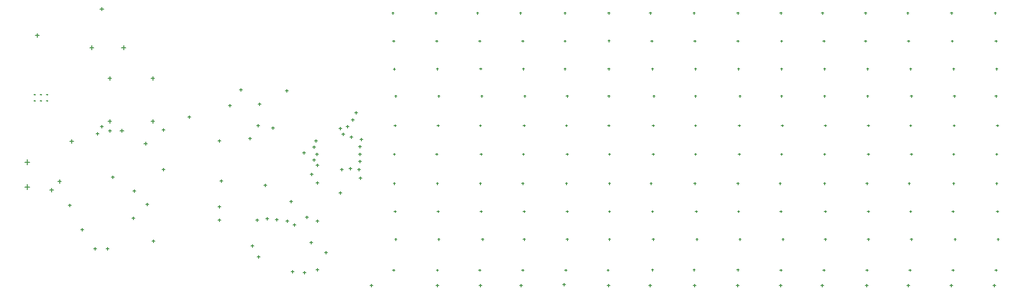
<source format=gbr>
%TF.GenerationSoftware,Altium Limited,Altium Designer,20.1.14 (287)*%
G04 Layer_Color=128*
%FSLAX26Y26*%
%MOIN*%
%TF.SameCoordinates,7E9A0AC4-0E20-4BBF-80A7-7FB1365180D4*%
%TF.FilePolarity,Positive*%
%TF.FileFunction,Drillmap*%
%TF.Part,Single*%
G01*
G75*
%TA.AperFunction,NonConductor*%
%ADD80C,0.005000*%
D80*
X1863121Y3180000D02*
X1898554D01*
X1880837Y3162284D02*
Y3197716D01*
X1863121Y3006772D02*
X1898554D01*
X1880837Y2989055D02*
Y3024488D01*
X2743337Y3765000D02*
X2768337D01*
X2755837Y3752500D02*
Y3777500D01*
X2743337Y3465000D02*
X2768337D01*
X2755837Y3452500D02*
Y3477500D01*
X2443337Y3765000D02*
X2468337D01*
X2455837Y3752500D02*
Y3777500D01*
X2443337Y3465000D02*
X2468337D01*
X2455837Y3452500D02*
Y3477500D01*
X2820000Y3405000D02*
X2840000D01*
X2830000Y3395000D02*
Y3415000D01*
X1928593Y3608347D02*
X1936467D01*
X1932530Y3604410D02*
Y3612284D01*
X1928593Y3651654D02*
X1936467D01*
X1932530Y3647717D02*
Y3655591D01*
X1971900Y3608347D02*
X1979774D01*
X1975837Y3604410D02*
Y3612284D01*
X1971900Y3651654D02*
X1979774D01*
X1975837Y3647717D02*
Y3655591D01*
X2015207Y3608347D02*
X2023081D01*
X2019144Y3604410D02*
Y3612284D01*
X2015207Y3651654D02*
X2023081D01*
X2019144Y3647717D02*
Y3655591D01*
X4075000Y3375000D02*
X4095000D01*
X4085000Y3365000D02*
Y3385000D01*
X3870000Y3285000D02*
X3890000D01*
X3880000Y3275000D02*
Y3295000D01*
X3870000Y3195000D02*
X3890000D01*
X3880000Y3185000D02*
Y3205000D01*
X3585000Y3420000D02*
X3605000D01*
X3595000Y3410000D02*
Y3430000D01*
X3710000Y2905000D02*
X3730000D01*
X3720000Y2895000D02*
Y2915000D01*
X3885000Y3330000D02*
X3905000D01*
X3895000Y3320000D02*
Y3340000D01*
Y2770000D02*
X3915000D01*
X3905000Y2760000D02*
Y2780000D01*
X3855000Y3095000D02*
X3875000D01*
X3865000Y3085000D02*
Y3105000D01*
X3285000Y3575000D02*
X3305000D01*
X3295000Y3565000D02*
Y3585000D01*
X4140000Y3475000D02*
X4160000D01*
X4150000Y3465000D02*
Y3485000D01*
X3890000Y3235000D02*
X3910000D01*
X3900000Y3225000D02*
Y3245000D01*
X4190000Y3185000D02*
X4210000D01*
X4200000Y3175000D02*
Y3195000D01*
X3490000Y3585000D02*
X3510000D01*
X3500000Y3575000D02*
Y3595000D01*
X4125000Y3135000D02*
X4145000D01*
X4135000Y3125000D02*
Y3145000D01*
X3895000Y3035000D02*
X3915000D01*
X3905000Y3025000D02*
Y3045000D01*
X3210000Y2870000D02*
X3230000D01*
X3220000Y2860000D02*
Y2880000D01*
X4130020Y3355020D02*
X4150020D01*
X4140020Y3345020D02*
Y3365020D01*
X4065000Y3130000D02*
X4085000D01*
X4075000Y3120000D02*
Y3140000D01*
X3685000Y2770000D02*
X3705000D01*
X3695000Y2760000D02*
Y2780000D01*
X3425000Y3345000D02*
X3445000D01*
X3435000Y3335000D02*
Y3355000D01*
X3850000Y2620000D02*
X3870000D01*
X3860000Y2610000D02*
Y2630000D01*
X3732347Y2742347D02*
X3752347D01*
X3742347Y2732347D02*
Y2752347D01*
X3475000Y2775000D02*
X3495000D01*
X3485000Y2765000D02*
Y2785000D01*
X3820000Y2794500D02*
X3840000D01*
X3830000Y2784500D02*
Y2804500D01*
X4190000Y3235000D02*
X4210000D01*
X4200000Y3225000D02*
Y3245000D01*
X4055000Y3415000D02*
X4075000D01*
X4065000Y3405000D02*
Y3425000D01*
X3210000Y2775000D02*
X3230000D01*
X3220000Y2765000D02*
Y2785000D01*
X3210000Y3330000D02*
X3230000D01*
X3220000Y3320000D02*
Y3340000D01*
X3800000Y3245000D02*
X3820000D01*
X3810000Y3235000D02*
Y3255000D01*
X4185000Y3130000D02*
X4205000D01*
X4195000Y3120000D02*
Y3140000D01*
X3610000Y2780000D02*
X3630000D01*
X3620000Y2770000D02*
Y2790000D01*
X3225000Y3050000D02*
X3245000D01*
X3235000Y3040000D02*
Y3060000D01*
X3480000Y3435000D02*
X3500000D01*
X3490000Y3425000D02*
Y3445000D01*
X3895000Y3160000D02*
X3915000D01*
X3905000Y3150000D02*
Y3170000D01*
X4105000Y3430000D02*
X4125000D01*
X4115000Y3420000D02*
Y3440000D01*
X4055000Y2965000D02*
X4075000D01*
X4065000Y2955000D02*
Y2975000D01*
X4200000Y3340000D02*
X4220000D01*
X4210000Y3330000D02*
Y3350000D01*
X3545000Y2785000D02*
X3565000D01*
X3555000Y2775000D02*
Y2795000D01*
X4443269Y2640769D02*
X4458269D01*
X4450769Y2633269D02*
Y2648269D01*
X6828269Y2427000D02*
X6843269D01*
X6835769Y2419500D02*
Y2434500D01*
X6825000Y2320000D02*
X6845000D01*
X6835000Y2310000D02*
Y2330000D01*
X7128269Y2425769D02*
X7143269D01*
X7135769Y2418269D02*
Y2433269D01*
X4438269Y2835769D02*
X4453269D01*
X4445769Y2828269D02*
Y2843269D01*
X4433269Y3030769D02*
X4448269D01*
X4440769Y3023269D02*
Y3038269D01*
X4433269Y3235769D02*
X4448269D01*
X4440769Y3228269D02*
Y3243269D01*
X6523269Y2427000D02*
X6538269D01*
X6530769Y2419500D02*
Y2434500D01*
X6233269Y2427000D02*
X6248269D01*
X6240769Y2419500D02*
Y2434500D01*
X7125000Y2320000D02*
X7145000D01*
X7135000Y2310000D02*
Y2330000D01*
X4428269Y2425769D02*
X4443269D01*
X4435769Y2418269D02*
Y2433269D01*
X4190000Y3290000D02*
X4210000D01*
X4200000Y3280000D02*
Y3300000D01*
X5328269Y2425769D02*
X5343269D01*
X5335769Y2418269D02*
Y2433269D01*
X5923269Y2425769D02*
X5938269D01*
X5930769Y2418269D02*
Y2433269D01*
X4733269Y2425769D02*
X4748269D01*
X4740769Y2418269D02*
Y2433269D01*
X5028269Y2425769D02*
X5043269D01*
X5035769Y2418269D02*
Y2433269D01*
X5628269Y2425769D02*
X5643269D01*
X5635769Y2418269D02*
Y2433269D01*
X6215000Y2320000D02*
X6235000D01*
X6225000Y2310000D02*
Y2330000D01*
X5925000Y2320000D02*
X5945000D01*
X5935000Y2310000D02*
Y2330000D01*
X5030000Y2320000D02*
X5050000D01*
X5040000Y2310000D02*
Y2330000D01*
X5315000Y2320000D02*
X5335000D01*
X5325000Y2310000D02*
Y2330000D01*
X4270000Y2320000D02*
X4290000D01*
X4280000Y2310000D02*
Y2330000D01*
X4194500Y3070000D02*
X4214500D01*
X4204500Y3060000D02*
Y3080000D01*
X8615000Y2320000D02*
X8635000D01*
X8625000Y2310000D02*
Y2330000D01*
X8315000Y2320000D02*
X8335000D01*
X8325000Y2310000D02*
Y2330000D01*
X8015000Y2320000D02*
X8035000D01*
X8025000Y2310000D02*
Y2330000D01*
X7725000Y2320000D02*
X7745000D01*
X7735000Y2310000D02*
Y2330000D01*
X7415000Y2320000D02*
X7435000D01*
X7425000Y2310000D02*
Y2330000D01*
X6525000Y2320000D02*
X6545000D01*
X6535000Y2310000D02*
Y2330000D01*
X5615000Y2325000D02*
X5635000D01*
X5625000Y2315000D02*
Y2335000D01*
X4730000Y2320000D02*
X4750000D01*
X4740000Y2310000D02*
Y2330000D01*
X4438269Y3435769D02*
X4453269D01*
X4445769Y3428269D02*
Y3443269D01*
X4443269Y3640769D02*
X4458269D01*
X4450769Y3633269D02*
Y3648269D01*
X2820409Y3128536D02*
X2840409D01*
X2830409Y3118536D02*
Y3138536D01*
X2527500Y3400000D02*
X2552500D01*
X2540000Y3387500D02*
Y3412500D01*
X2615837Y2980000D02*
X2635837D01*
X2625837Y2970000D02*
Y2990000D01*
X2360885Y3379036D02*
X2380885D01*
X2370885Y3369036D02*
Y3389036D01*
X2610837Y2790000D02*
X2630837D01*
X2620837Y2780000D02*
Y2800000D01*
X2390837Y3430000D02*
X2410837D01*
X2400837Y3420000D02*
Y3440000D01*
X2445837Y3400000D02*
X2465837D01*
X2455837Y3390000D02*
Y3410000D01*
X2705837Y2885000D02*
X2725837D01*
X2715837Y2875000D02*
Y2895000D01*
X2693337Y3310000D02*
X2718337D01*
X2705837Y3297500D02*
Y3322500D01*
X3440000Y2596500D02*
X3460000D01*
X3450000Y2586500D02*
Y2606500D01*
X4433269Y3830144D02*
X4448269D01*
X4440769Y3822644D02*
Y3837644D01*
X4423269Y4220769D02*
X4438269D01*
X4430769Y4213269D02*
Y4228269D01*
X4723269Y4220769D02*
X4738269D01*
X4730769Y4213269D02*
Y4228269D01*
X5013269Y4220769D02*
X5028269D01*
X5020769Y4213269D02*
Y4228269D01*
X5313269Y4220769D02*
X5328269D01*
X5320769Y4213269D02*
Y4228269D01*
X5623269Y4220769D02*
X5638269D01*
X5630769Y4213269D02*
Y4228269D01*
X5928269Y4220769D02*
X5943269D01*
X5935769Y4213269D02*
Y4228269D01*
X6218269Y4220769D02*
X6233269D01*
X6225769Y4213269D02*
Y4228269D01*
X6523269Y4220769D02*
X6538269D01*
X6530769Y4213269D02*
Y4228269D01*
X6828269Y4220769D02*
X6843269D01*
X6835769Y4213269D02*
Y4228269D01*
X7128269Y4220769D02*
X7143269D01*
X7135769Y4213269D02*
Y4228269D01*
X7418269Y4220769D02*
X7433269D01*
X7425769Y4213269D02*
Y4228269D01*
X7718269Y4220769D02*
X7733269D01*
X7725769Y4213269D02*
Y4228269D01*
X8013269Y4220769D02*
X8028269D01*
X8020769Y4213269D02*
Y4228269D01*
X8318269Y4220769D02*
X8333269D01*
X8325769Y4213269D02*
Y4228269D01*
X8623269Y4220769D02*
X8638269D01*
X8630769Y4213269D02*
Y4228269D01*
X4428269Y4025769D02*
X4443269D01*
X4435769Y4018269D02*
Y4033269D01*
X4728269Y4025769D02*
X4743269D01*
X4735769Y4018269D02*
Y4033269D01*
X5028269Y4025769D02*
X5043269D01*
X5035769Y4018269D02*
Y4033269D01*
X5328269Y4025769D02*
X5343269D01*
X5335769Y4018269D02*
Y4033269D01*
X5623269Y4025769D02*
X5638269D01*
X5630769Y4018269D02*
Y4033269D01*
X5930182Y4027682D02*
X5945182D01*
X5937682Y4020182D02*
Y4035182D01*
X6228269Y4025769D02*
X6243269D01*
X6235769Y4018269D02*
Y4033269D01*
X6528269Y4025769D02*
X6543269D01*
X6535769Y4018269D02*
Y4033269D01*
X6828269Y4025769D02*
X6843269D01*
X6835769Y4018269D02*
Y4033269D01*
X7133269Y4025769D02*
X7148269D01*
X7140769Y4018269D02*
Y4033269D01*
X7428269Y4025769D02*
X7443269D01*
X7435769Y4018269D02*
Y4033269D01*
X7718269Y4025769D02*
X7733269D01*
X7725769Y4018269D02*
Y4033269D01*
X8018269Y4025769D02*
X8033269D01*
X8025769Y4018269D02*
Y4033269D01*
X8323269Y4025769D02*
X8338269D01*
X8330769Y4018269D02*
Y4033269D01*
X8628269Y4025769D02*
X8643269D01*
X8635769Y4018269D02*
Y4033269D01*
X4733269Y3830769D02*
X4748269D01*
X4740769Y3823269D02*
Y3838269D01*
X5035182Y3831432D02*
X5050182D01*
X5042682Y3823932D02*
Y3838932D01*
X5333269Y3830769D02*
X5348269D01*
X5340769Y3823269D02*
Y3838269D01*
X5623269Y3830769D02*
X5638269D01*
X5630769Y3823269D02*
Y3838269D01*
X5928269Y3830769D02*
X5943269D01*
X5935769Y3823269D02*
Y3838269D01*
X6233269Y3830769D02*
X6248269D01*
X6240769Y3823269D02*
Y3838269D01*
X6533269Y3830769D02*
X6548269D01*
X6540769Y3823269D02*
Y3838269D01*
X6833269Y3830769D02*
X6848269D01*
X6840769Y3823269D02*
Y3838269D01*
X7133269Y3830769D02*
X7148269D01*
X7140769Y3823269D02*
Y3838269D01*
X7433269Y3830769D02*
X7448269D01*
X7440769Y3823269D02*
Y3838269D01*
X7733269Y3830769D02*
X7748269D01*
X7740769Y3823269D02*
Y3838269D01*
X8033269Y3830769D02*
X8048269D01*
X8040769Y3823269D02*
Y3838269D01*
X8333269Y3830769D02*
X8348269D01*
X8340769Y3823269D02*
Y3838269D01*
X8633269Y3830769D02*
X8648269D01*
X8640769Y3823269D02*
Y3838269D01*
X4743269Y3640769D02*
X4758269D01*
X4750769Y3633269D02*
Y3648269D01*
X5043269Y3640769D02*
X5058269D01*
X5050769Y3633269D02*
Y3648269D01*
X5343269Y3640769D02*
X5358269D01*
X5350769Y3633269D02*
Y3648269D01*
X5638269Y3640769D02*
X5653269D01*
X5645769Y3633269D02*
Y3648269D01*
X5928269Y3640769D02*
X5943269D01*
X5935769Y3633269D02*
Y3648269D01*
X6243269Y3640769D02*
X6258269D01*
X6250769Y3633269D02*
Y3648269D01*
X6533269Y3640769D02*
X6548269D01*
X6540769Y3633269D02*
Y3648269D01*
X6843269Y3640769D02*
X6858269D01*
X6850769Y3633269D02*
Y3648269D01*
X7133269Y3640769D02*
X7148269D01*
X7140769Y3633269D02*
Y3648269D01*
X7433269Y3640769D02*
X7448269D01*
X7440769Y3633269D02*
Y3648269D01*
X7733269Y3640769D02*
X7748269D01*
X7740769Y3633269D02*
Y3648269D01*
X8038269Y3640769D02*
X8053269D01*
X8045769Y3633269D02*
Y3648269D01*
X8338269Y3640769D02*
X8353269D01*
X8345769Y3633269D02*
Y3648269D01*
X8628269Y3640769D02*
X8643269D01*
X8635769Y3633269D02*
Y3648269D01*
X4738269Y3435769D02*
X4753269D01*
X4745769Y3428269D02*
Y3443269D01*
X5033269Y3435769D02*
X5048269D01*
X5040769Y3428269D02*
Y3443269D01*
X5338269Y3435769D02*
X5353269D01*
X5345769Y3428269D02*
Y3443269D01*
X5633269Y3435769D02*
X5648269D01*
X5640769Y3428269D02*
Y3443269D01*
X5928269Y3435769D02*
X5943269D01*
X5935769Y3428269D02*
Y3443269D01*
X6238269Y3435769D02*
X6253269D01*
X6245769Y3428269D02*
Y3443269D01*
X6533269Y3435769D02*
X6548269D01*
X6540769Y3428269D02*
Y3443269D01*
X6838269Y3435769D02*
X6853269D01*
X6845769Y3428269D02*
Y3443269D01*
X7138269Y3435769D02*
X7153269D01*
X7145769Y3428269D02*
Y3443269D01*
X7438269Y3435769D02*
X7453269D01*
X7445769Y3428269D02*
Y3443269D01*
X7738269Y3435769D02*
X7753269D01*
X7745769Y3428269D02*
Y3443269D01*
X8033269Y3435769D02*
X8048269D01*
X8040769Y3428269D02*
Y3443269D01*
X8335769Y3435769D02*
X8350769D01*
X8343269Y3428269D02*
Y3443269D01*
X8638269Y3435769D02*
X8653269D01*
X8645769Y3428269D02*
Y3443269D01*
X4728269Y3235769D02*
X4743269D01*
X4735769Y3228269D02*
Y3243269D01*
X5038269Y3235769D02*
X5053269D01*
X5045769Y3228269D02*
Y3243269D01*
X5333269Y3235769D02*
X5348269D01*
X5340769Y3228269D02*
Y3243269D01*
X5638269Y3235769D02*
X5653269D01*
X5645769Y3228269D02*
Y3243269D01*
X5933269Y3235769D02*
X5948269D01*
X5940769Y3228269D02*
Y3243269D01*
X6238269Y3235769D02*
X6253269D01*
X6245769Y3228269D02*
Y3243269D01*
X6533269Y3235769D02*
X6548269D01*
X6540769Y3228269D02*
Y3243269D01*
X6838269Y3235769D02*
X6853269D01*
X6845769Y3228269D02*
Y3243269D01*
X7133269Y3235769D02*
X7148269D01*
X7140769Y3228269D02*
Y3243269D01*
X7433269Y3235769D02*
X7448269D01*
X7440769Y3228269D02*
Y3243269D01*
X7738269Y3235769D02*
X7753269D01*
X7745769Y3228269D02*
Y3243269D01*
X8038269Y3235769D02*
X8053269D01*
X8045769Y3228269D02*
Y3243269D01*
X8333269Y3235769D02*
X8348269D01*
X8340769Y3228269D02*
Y3243269D01*
X8633269Y3235769D02*
X8648269D01*
X8640769Y3228269D02*
Y3243269D01*
X4733269Y3030769D02*
X4748269D01*
X4740769Y3023269D02*
Y3038269D01*
X5033269Y3030769D02*
X5048269D01*
X5040769Y3023269D02*
Y3038269D01*
X5328269Y3030769D02*
X5343269D01*
X5335769Y3023269D02*
Y3038269D01*
X5633269Y3030769D02*
X5648269D01*
X5640769Y3023269D02*
Y3038269D01*
X5933269Y3030769D02*
X5948269D01*
X5940769Y3023269D02*
Y3038269D01*
X6223269Y3030769D02*
X6238269D01*
X6230769Y3023269D02*
Y3038269D01*
X6528269Y3030769D02*
X6543269D01*
X6535769Y3023269D02*
Y3038269D01*
X6828269Y3030769D02*
X6843269D01*
X6835769Y3023269D02*
Y3038269D01*
X7123269Y3030769D02*
X7138269D01*
X7130769Y3023269D02*
Y3038269D01*
X7433269Y3030769D02*
X7448269D01*
X7440769Y3023269D02*
Y3038269D01*
X7728269Y3030769D02*
X7743269D01*
X7735769Y3023269D02*
Y3038269D01*
X8023269Y3030769D02*
X8038269D01*
X8030769Y3023269D02*
Y3038269D01*
X8333269Y3030769D02*
X8348269D01*
X8340769Y3023269D02*
Y3038269D01*
X8633269Y3030769D02*
X8648269D01*
X8640769Y3023269D02*
Y3038269D01*
X5338269Y2835769D02*
X5353269D01*
X5345769Y2828269D02*
Y2843269D01*
X5638269Y2835769D02*
X5653269D01*
X5645769Y2828269D02*
Y2843269D01*
X5933269Y2835769D02*
X5948269D01*
X5940769Y2828269D02*
Y2843269D01*
X6233269Y2835769D02*
X6248269D01*
X6240769Y2828269D02*
Y2843269D01*
X6538269Y2835769D02*
X6553269D01*
X6545769Y2828269D02*
Y2843269D01*
X6833269Y2835769D02*
X6848269D01*
X6840769Y2828269D02*
Y2843269D01*
X7128269Y2835769D02*
X7143269D01*
X7135769Y2828269D02*
Y2843269D01*
X7438269Y2835769D02*
X7453269D01*
X7445769Y2828269D02*
Y2843269D01*
X7738269Y2835769D02*
X7753269D01*
X7745769Y2828269D02*
Y2843269D01*
X8033269Y2835769D02*
X8048269D01*
X8040769Y2828269D02*
Y2843269D01*
X8328269Y2835769D02*
X8343269D01*
X8335769Y2828269D02*
Y2843269D01*
X8638269Y2835769D02*
X8653269D01*
X8645769Y2828269D02*
Y2843269D01*
X4743269Y2640769D02*
X4758269D01*
X4750769Y2633269D02*
Y2648269D01*
X5048269Y2640769D02*
X5063269D01*
X5055769Y2633269D02*
Y2648269D01*
X5338269Y2640769D02*
X5353269D01*
X5345769Y2633269D02*
Y2648269D01*
X5638269Y2640769D02*
X5653269D01*
X5645769Y2633269D02*
Y2648269D01*
X5933269Y2640769D02*
X5948269D01*
X5940769Y2633269D02*
Y2648269D01*
X6238269Y2640769D02*
X6253269D01*
X6245769Y2633269D02*
Y2648269D01*
X6543269Y2640769D02*
X6558269D01*
X6550769Y2633269D02*
Y2648269D01*
X6843269Y2640769D02*
X6858269D01*
X6850769Y2633269D02*
Y2648269D01*
X7143269Y2640769D02*
X7158269D01*
X7150769Y2633269D02*
Y2648269D01*
X7438269Y2640769D02*
X7453269D01*
X7445769Y2633269D02*
Y2648269D01*
X7738269Y2640769D02*
X7753269D01*
X7745769Y2633269D02*
Y2648269D01*
X8038269Y2640769D02*
X8053269D01*
X8045769Y2633269D02*
Y2648269D01*
X8343269Y2640769D02*
X8358269D01*
X8350769Y2633269D02*
Y2648269D01*
X8643269Y2640769D02*
X8658269D01*
X8650769Y2633269D02*
Y2648269D01*
X7428269Y2425769D02*
X7443269D01*
X7435769Y2418269D02*
Y2433269D01*
X7728269Y2425769D02*
X7743269D01*
X7735769Y2418269D02*
Y2433269D01*
X8028269Y2425769D02*
X8043269D01*
X8035769Y2418269D02*
Y2433269D01*
X8328269Y2425769D02*
X8343269D01*
X8335769Y2418269D02*
Y2433269D01*
X8628269Y2425769D02*
X8643269D01*
X8635769Y2418269D02*
Y2433269D01*
X4738269Y2835769D02*
X4753269D01*
X4745769Y2828269D02*
Y2843269D01*
X5038269Y2835769D02*
X5053269D01*
X5045769Y2828269D02*
Y2843269D01*
X3680000Y3680000D02*
X3700000D01*
X3690000Y3670000D02*
Y3690000D01*
X3360000Y3685000D02*
X3380000D01*
X3370000Y3675000D02*
Y3695000D01*
X2430000Y2575000D02*
X2450000D01*
X2440000Y2565000D02*
Y2585000D01*
X2255000Y2710000D02*
X2275000D01*
X2265000Y2700000D02*
Y2720000D01*
X2750000Y2630000D02*
X2770000D01*
X2760000Y2620000D02*
Y2640000D01*
X3805000Y2410000D02*
X3825000D01*
X3815000Y2400000D02*
Y2420000D01*
X3720000Y2415000D02*
X3740000D01*
X3730000Y2405000D02*
Y2425000D01*
X2345000Y2575000D02*
X2365000D01*
X2355000Y2565000D02*
Y2585000D01*
X3895000Y2430000D02*
X3915000D01*
X3905000Y2420000D02*
Y2440000D01*
X3955000Y2550000D02*
X3975000D01*
X3965000Y2540000D02*
Y2560000D01*
X3530000Y3020000D02*
X3550000D01*
X3540000Y3010000D02*
Y3030000D01*
X3485000Y2520000D02*
X3505000D01*
X3495000Y2510000D02*
Y2530000D01*
X3000000Y3495000D02*
X3020000D01*
X3010000Y3485000D02*
Y3505000D01*
X4165000Y3525000D02*
X4185000D01*
X4175000Y3515000D02*
Y3535000D01*
X1936837Y4065000D02*
X1964837D01*
X1950837Y4051000D02*
Y4079000D01*
X2316837Y3980000D02*
X2344837D01*
X2330837Y3966000D02*
Y3994000D01*
X2538333Y3980000D02*
X2566333D01*
X2552333Y3966000D02*
Y3994000D01*
X2178337Y3325000D02*
X2203337D01*
X2190837Y3312500D02*
Y3337500D01*
X2036837Y2985000D02*
X2064837D01*
X2050837Y2971000D02*
Y2999000D01*
X2093337Y3045000D02*
X2118337D01*
X2105837Y3032500D02*
Y3057500D01*
X2165837Y2880000D02*
X2185837D01*
X2175837Y2870000D02*
Y2890000D01*
X2388337Y4250000D02*
X2413337D01*
X2400837Y4237500D02*
Y4262500D01*
X2465837Y3075315D02*
X2485837D01*
X2475837Y3065315D02*
Y3085315D01*
%TF.MD5,f5f6a9f488cc26dd30f489b50698b9c5*%
M02*

</source>
